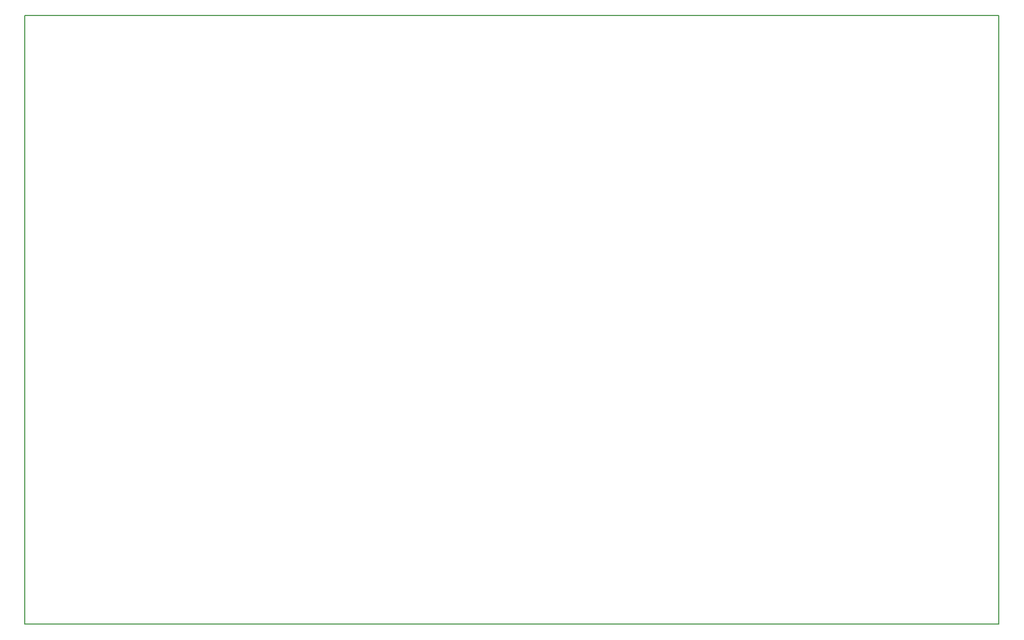
<source format=gbr>
%TF.GenerationSoftware,KiCad,Pcbnew,8.0.6*%
%TF.CreationDate,2024-11-23T08:52:48+01:00*%
%TF.ProjectId,4680-4105,34363830-2d34-4313-9035-2e6b69636164,Ver 1.00*%
%TF.SameCoordinates,Original*%
%TF.FileFunction,Profile,NP*%
%FSLAX46Y46*%
G04 Gerber Fmt 4.6, Leading zero omitted, Abs format (unit mm)*
G04 Created by KiCad (PCBNEW 8.0.6) date 2024-11-23 08:52:48*
%MOMM*%
%LPD*%
G01*
G04 APERTURE LIST*
%TA.AperFunction,Profile*%
%ADD10C,0.200000*%
%TD*%
G04 APERTURE END LIST*
D10*
X220000000Y-140000000D02*
X60000000Y-140000000D01*
X60000000Y-140000000D02*
X60000000Y-40000000D01*
X220000000Y-40000000D02*
X220000000Y-140000000D01*
X60000000Y-40000000D02*
X220000000Y-40000000D01*
M02*

</source>
